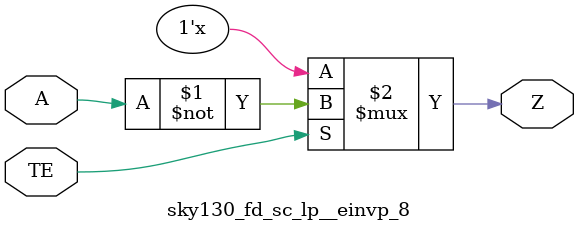
<source format=v>
/*
 * Copyright 2020 The SkyWater PDK Authors
 *
 * Licensed under the Apache License, Version 2.0 (the "License");
 * you may not use this file except in compliance with the License.
 * You may obtain a copy of the License at
 *
 *     https://www.apache.org/licenses/LICENSE-2.0
 *
 * Unless required by applicable law or agreed to in writing, software
 * distributed under the License is distributed on an "AS IS" BASIS,
 * WITHOUT WARRANTIES OR CONDITIONS OF ANY KIND, either express or implied.
 * See the License for the specific language governing permissions and
 * limitations under the License.
 *
 * SPDX-License-Identifier: Apache-2.0
*/


`ifndef SKY130_FD_SC_LP__EINVP_8_FUNCTIONAL_V
`define SKY130_FD_SC_LP__EINVP_8_FUNCTIONAL_V

/**
 * einvp: Tri-state inverter, positive enable.
 *
 * Verilog simulation functional model.
 */

`timescale 1ns / 1ps
`default_nettype none

`celldefine
module sky130_fd_sc_lp__einvp_8 (
    Z ,
    A ,
    TE
);

    // Module ports
    output Z ;
    input  A ;
    input  TE;

    //     Name     Output  Other arguments
    notif1 notif10 (Z     , A, TE          );

endmodule
`endcelldefine

`default_nettype wire
`endif  // SKY130_FD_SC_LP__EINVP_8_FUNCTIONAL_V

</source>
